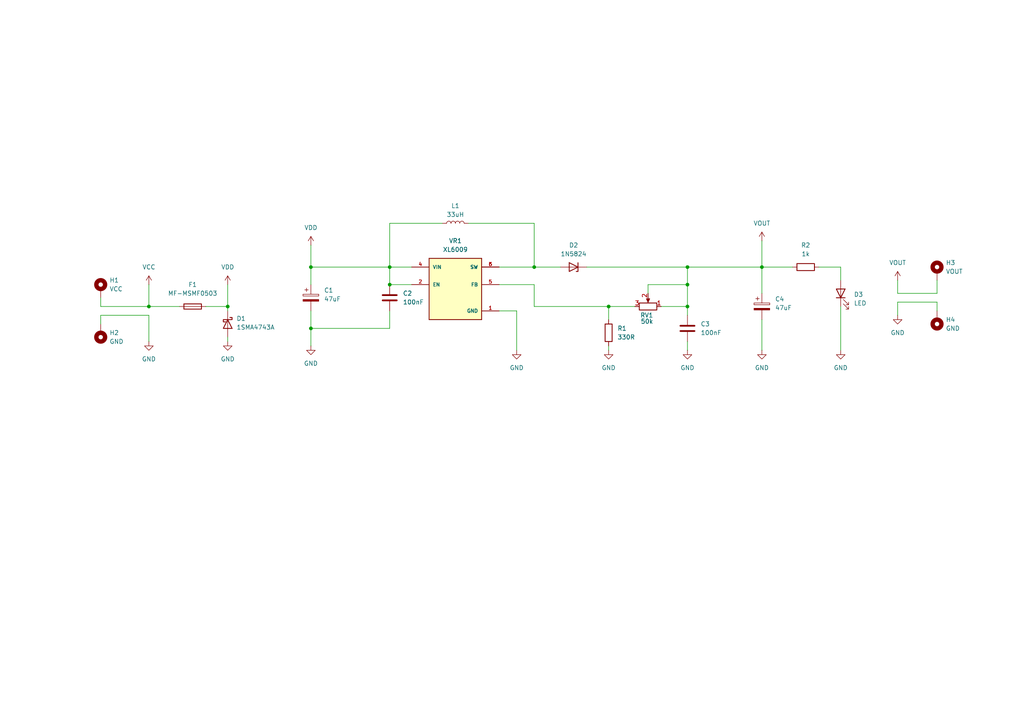
<source format=kicad_sch>
(kicad_sch (version 20250114) (generator "eeschema") (generator_version "9.0")
  (paper "A4")
  (lib_symbols
    (symbol "Device:C" (pin_numbers (hide yes)) (pin_names (offset 0.254))
      (property "Reference" "C" (at 0.635 2.54 0))
      (property "Value" "C" (at 0.635 -2.54 0))
      (symbol "C_0_1"
        (polyline (pts (xy -2.032 0.762) (xy 2.032 0.762)) (stroke (width 0.508)))
        (polyline (pts (xy -2.032 -0.762) (xy 2.032 -0.762)) (stroke (width 0.508)))
      )
      (symbol "C_1_1"
        (pin passive line (at 0 3.81 270) (length 2.794) (name "~") (number "1"))
        (pin passive line (at 0 -3.81 90) (length 2.794) (name "~") (number "2"))
      )
    )
    (symbol "Device:C_Polarized" (pin_numbers (hide yes)) (pin_names (offset 0.254))
      (property "Reference" "C" (at 0.635 2.54 0))
      (property "Value" "C_Polarized" (at 0.635 -2.54 0))
      (symbol "C_Polarized_0_1"
        (rectangle (start -2.286 0.508) (end 2.286 1.016))
        (polyline (pts (xy -1.778 2.286) (xy -0.762 2.286)))
        (polyline (pts (xy -1.27 2.794) (xy -1.27 1.778)))
        (rectangle (start 2.286 -0.508) (end -2.286 -1.016) (fill (type outline)))
      )
      (symbol "C_Polarized_1_1"
        (pin passive line (at 0 3.81 270) (length 2.794) (name "~") (number "1"))
        (pin passive line (at 0 -3.81 90) (length 2.794) (name "~") (number "2"))
      )
    )
    (symbol "Device:D_Schottky" (pin_numbers (hide yes)) (pin_names (offset 1.016) (hide yes))
      (property "Reference" "D" (at 0 2.54 0))
      (property "Value" "D_Schottky" (at 0 -2.54 0))
      (symbol "D_Schottky_0_1"
        (polyline (pts (xy -1.905 0.635) (xy -1.905 1.27) (xy -1.27 1.27) (xy -1.27 -1.27) (xy -0.635 -1.27) (xy -0.635 -0.635)) (stroke (width 0.254)))
        (polyline (pts (xy 1.27 1.27) (xy 1.27 -1.27) (xy -1.27 0) (xy 1.27 1.27)) (stroke (width 0.254)))
        (polyline (pts (xy 1.27 0) (xy -1.27 0)))
      )
      (symbol "D_Schottky_1_1"
        (pin passive line (at -3.81 0 0) (length 2.54) (name "K") (number "1"))
        (pin passive line (at 3.81 0 180) (length 2.54) (name "A") (number "2"))
      )
    )
    (symbol "Device:D_Zener" (pin_numbers (hide yes)) (pin_names (offset 1.016) (hide yes))
      (property "Reference" "D" (at 0 2.54 0))
      (property "Value" "D_Zener" (at 0 -2.54 0))
      (symbol "D_Zener_0_1"
        (polyline (pts (xy -1.27 -1.27) (xy -1.27 1.27) (xy -0.762 1.27)) (stroke (width 0.254)))
        (polyline (pts (xy 1.27 0) (xy -1.27 0)))
        (polyline (pts (xy 1.27 -1.27) (xy 1.27 1.27) (xy -1.27 0) (xy 1.27 -1.27)) (stroke (width 0.254)))
      )
      (symbol "D_Zener_1_1"
        (pin passive line (at -3.81 0 0) (length 2.54) (name "K") (number "1"))
        (pin passive line (at 3.81 0 180) (length 2.54) (name "A") (number "2"))
      )
    )
    (symbol "Device:Fuse" (pin_numbers (hide yes)) (pin_names (offset 0))
      (property "Reference" "F" (at 2.032 0 90))
      (property "Value" "Fuse" (at -1.905 0 90))
      (symbol "Fuse_0_1"
        (rectangle (start -0.762 -2.54) (end 0.762 2.54) (stroke (width 0.254)))
        (polyline (pts (xy 0 2.54) (xy 0 -2.54)))
      )
      (symbol "Fuse_1_1"
        (pin passive line (at 0 3.81 270) (length 1.27) (name "~") (number "1"))
        (pin passive line (at 0 -3.81 90) (length 1.27) (name "~") (number "2"))
      )
    )
    (symbol "Device:L" (pin_numbers (hide yes)) (pin_names (offset 1.016) (hide yes))
      (property "Reference" "L" (at -1.27 0 90))
      (property "Value" "L" (at 1.905 0 90))
      (symbol "L_0_1"
        (arc (start 0 2.54) (mid 0.6323 1.905) (end 0 1.27))
        (arc (start 0 1.27) (mid 0.6323 0.635) (end 0 0))
        (arc (start 0 0) (mid 0.6323 -0.635) (end 0 -1.27))
        (arc (start 0 -1.27) (mid 0.6323 -1.905) (end 0 -2.54))
      )
      (symbol "L_1_1"
        (pin passive line (at 0 3.81 270) (length 1.27) (name "1") (number "1"))
        (pin passive line (at 0 -3.81 90) (length 1.27) (name "2") (number "2"))
      )
    )
    (symbol "Device:LED" (pin_numbers (hide yes)) (pin_names (offset 1.016) (hide yes))
      (property "Reference" "D" (at 0 2.54 0))
      (property "Value" "LED" (at 0 -2.54 0))
      (symbol "LED_0_1"
        (polyline (pts (xy -3.048 -0.762) (xy -4.572 -2.286) (xy -3.81 -2.286) (xy -4.572 -2.286) (xy -4.572 -1.524)))
        (polyline (pts (xy -1.778 -0.762) (xy -3.302 -2.286) (xy -2.54 -2.286) (xy -3.302 -2.286) (xy -3.302 -1.524)))
        (polyline (pts (xy -1.27 0) (xy 1.27 0)))
        (polyline (pts (xy -1.27 -1.27) (xy -1.27 1.27)) (stroke (width 0.254)))
        (polyline (pts (xy 1.27 -1.27) (xy 1.27 1.27) (xy -1.27 0) (xy 1.27 -1.27)) (stroke (width 0.254)))
      )
      (symbol "LED_1_1"
        (pin passive line (at -3.81 0 0) (length 2.54) (name "K") (number "1"))
        (pin passive line (at 3.81 0 180) (length 2.54) (name "A") (number "2"))
      )
    )
    (symbol "Device:R" (pin_numbers (hide yes)) (pin_names (offset 0))
      (property "Reference" "R" (at 2.032 0 90))
      (property "Value" "R" (at 0 0 90))
      (symbol "R_0_1"
        (rectangle (start -1.016 -2.54) (end 1.016 2.54) (stroke (width 0.254)))
      )
      (symbol "R_1_1"
        (pin passive line (at 0 3.81 270) (length 1.27) (name "~") (number "1"))
        (pin passive line (at 0 -3.81 90) (length 1.27) (name "~") (number "2"))
      )
    )
    (symbol "Device:R_Potentiometer" (pin_names (offset 1.016) (hide yes))
      (property "Reference" "RV" (at -4.445 0 90))
      (property "Value" "R_Potentiometer" (at -2.54 0 90))
      (symbol "R_Potentiometer_0_1"
        (rectangle (start 1.016 2.54) (end -1.016 -2.54) (stroke (width 0.254)))
        (polyline (pts (xy 1.143 0) (xy 2.286 0.508) (xy 2.286 -0.508) (xy 1.143 0)) (fill (type outline)))
        (polyline (pts (xy 2.54 0) (xy 1.524 0)))
      )
      (symbol "R_Potentiometer_1_1"
        (pin passive line (at 0 3.81 270) (length 1.27) (name "1") (number "1"))
        (pin passive line (at 0 -3.81 90) (length 1.27) (name "3") (number "3"))
        (pin passive line (at 3.81 0 180) (length 1.27) (name "2") (number "2"))
      )
    )
    (symbol "Mechanical:MountingHole_Pad" (pin_numbers (hide yes)) (pin_names (offset 1.016) (hide yes)) (in_bom no)
      (property "Reference" "H" (at 0 6.35 0))
      (property "Value" "MountingHole_Pad" (at 0 4.445 0))
      (symbol "MountingHole_Pad_0_1"
        (circle (center 0 1.27) (radius 1.27) (stroke (width 1.27)))
      )
      (symbol "MountingHole_Pad_1_1"
        (pin input line (at 0 -2.54 90) (length 2.54) (name "1") (number "1"))
      )
    )
    (symbol "XL6009:XL6009" (pin_names (offset 1.016))
      (property "Reference" "VR" (at -7.62 8.89 0))
      (property "Value" "XL6009" (at -7.62 -11.43 0))
      (symbol "XL6009_0_0"
        (rectangle (start -7.62 -10.16) (end 7.62 7.62) (stroke (width 0.254)) (fill (type background)))
        (pin input line (at -12.7 5.08 0) (length 5.08) (name "VIN") (number "4"))
        (pin input line (at -12.7 0 0) (length 5.08) (name "EN") (number "2"))
        (pin output line (at 12.7 5.08 180) (length 5.08) (name "SW") (number "3"))
        (pin output line (at 12.7 5.08 180) (length 5.08) (name "SW") (number "6"))
        (pin input line (at 12.7 0 180) (length 5.08) (name "FB") (number "5"))
        (pin power_in line (at 12.7 -7.62 180) (length 5.08) (name "GND") (number "1"))
      )
    )
    (symbol "power:GND" (power) (pin_numbers (hide yes)) (pin_names (offset 0) (hide yes))
      (property "Value" "GND" (at 0 -3.81 0))
      (symbol "GND_0_1"
        (polyline (pts (xy 0 0) (xy 0 -1.27) (xy 1.27 -1.27) (xy 0 -2.54) (xy -1.27 -1.27) (xy 0 -1.27)))
      )
      (symbol "GND_1_1"
        (pin power_in line (at 0 0 270) (length 0) (name "~") (number "1"))
      )
    )
    (symbol "power:VCC" (power) (pin_numbers (hide yes)) (pin_names (offset 0) (hide yes))
      (property "Value" "VCC" (at 0 3.556 0))
      (symbol "VCC_0_1"
        (polyline (pts (xy -0.762 1.27) (xy 0 2.54)))
        (polyline (pts (xy 0 2.54) (xy 0.762 1.27)))
        (polyline (pts (xy 0 0) (xy 0 2.54)))
      )
      (symbol "VCC_1_1"
        (pin power_in line (at 0 0 90) (length 0) (name "~") (number "1"))
      )
    )
  )
  (junction (at 113.03 77.47))
  (junction (at 199.39 82.55))
  (junction (at 90.17 77.47))
  (junction (at 154.94 77.47))
  (junction (at 113.03 82.55))
  (junction (at 90.17 95.25))
  (junction (at 43.18 88.9))
  (junction (at 199.39 88.9))
  (junction (at 220.98 77.47))
  (junction (at 66.04 88.9))
  (junction (at 176.53 88.9))
  (junction (at 199.39 77.47))
  (wire (pts (xy 90.17 77.47) (xy 90.17 82.55)))
  (wire (pts (xy 154.94 64.77) (xy 154.94 77.47)))
  (wire (pts (xy 113.03 95.25) (xy 90.17 95.25)))
  (wire (pts (xy 43.18 88.9) (xy 43.18 82.55)))
  (wire (pts (xy 154.94 82.55) (xy 154.94 88.9)))
  (wire (pts (xy 199.39 77.47) (xy 199.39 82.55)))
  (wire (pts (xy 154.94 77.47) (xy 144.78 77.47)))
  (wire (pts (xy 135.89 64.77) (xy 154.94 64.77)))
  (wire (pts (xy 243.84 77.47) (xy 243.84 81.28)))
  (wire (pts (xy 176.53 100.33) (xy 176.53 101.6)))
  (wire (pts (xy 260.35 87.63) (xy 271.78 87.63)))
  (wire (pts (xy 184.15 88.9) (xy 176.53 88.9)))
  (wire (pts (xy 113.03 64.77) (xy 113.03 77.47)))
  (wire (pts (xy 237.49 77.47) (xy 243.84 77.47)))
  (wire (pts (xy 90.17 71.12) (xy 90.17 77.47)))
  (wire (pts (xy 113.03 90.17) (xy 113.03 95.25)))
  (wire (pts (xy 90.17 77.47) (xy 113.03 77.47)))
  (wire (pts (xy 43.18 99.06) (xy 43.18 91.44)))
  (wire (pts (xy 220.98 92.71) (xy 220.98 101.6)))
  (wire (pts (xy 154.94 77.47) (xy 162.56 77.47)))
  (wire (pts (xy 260.35 85.09) (xy 271.78 85.09)))
  (wire (pts (xy 66.04 82.55) (xy 66.04 88.9)))
  (wire (pts (xy 187.96 85.09) (xy 187.96 82.55)))
  (wire (pts (xy 199.39 82.55) (xy 199.39 88.9)))
  (wire (pts (xy 29.21 86.36) (xy 29.21 88.9)))
  (wire (pts (xy 176.53 92.71) (xy 176.53 88.9)))
  (wire (pts (xy 271.78 81.28) (xy 271.78 85.09)))
  (wire (pts (xy 66.04 88.9) (xy 59.69 88.9)))
  (wire (pts (xy 119.38 82.55) (xy 113.03 82.55)))
  (wire (pts (xy 29.21 93.98) (xy 29.21 91.44)))
  (wire (pts (xy 191.77 88.9) (xy 199.39 88.9)))
  (wire (pts (xy 66.04 99.06) (xy 66.04 97.79)))
  (wire (pts (xy 154.94 88.9) (xy 176.53 88.9)))
  (wire (pts (xy 119.38 77.47) (xy 113.03 77.47)))
  (wire (pts (xy 149.86 90.17) (xy 149.86 101.6)))
  (wire (pts (xy 199.39 88.9) (xy 199.39 91.44)))
  (wire (pts (xy 220.98 85.09) (xy 220.98 77.47)))
  (wire (pts (xy 187.96 82.55) (xy 199.39 82.55)))
  (wire (pts (xy 199.39 77.47) (xy 220.98 77.47)))
  (wire (pts (xy 260.35 85.09) (xy 260.35 81.28)))
  (wire (pts (xy 29.21 88.9) (xy 43.18 88.9)))
  (wire (pts (xy 29.21 91.44) (xy 43.18 91.44)))
  (wire (pts (xy 170.18 77.47) (xy 199.39 77.47)))
  (wire (pts (xy 144.78 90.17) (xy 149.86 90.17)))
  (wire (pts (xy 271.78 87.63) (xy 271.78 90.17)))
  (wire (pts (xy 144.78 82.55) (xy 154.94 82.55)))
  (wire (pts (xy 220.98 77.47) (xy 229.87 77.47)))
  (wire (pts (xy 90.17 100.33) (xy 90.17 95.25)))
  (wire (pts (xy 66.04 90.17) (xy 66.04 88.9)))
  (wire (pts (xy 199.39 99.06) (xy 199.39 101.6)))
  (wire (pts (xy 243.84 101.6) (xy 243.84 88.9)))
  (wire (pts (xy 260.35 91.44) (xy 260.35 87.63)))
  (wire (pts (xy 113.03 82.55) (xy 113.03 77.47)))
  (wire (pts (xy 90.17 95.25) (xy 90.17 90.17)))
  (wire (pts (xy 128.27 64.77) (xy 113.03 64.77)))
  (wire (pts (xy 220.98 69.85) (xy 220.98 77.47)))
  (wire (pts (xy 52.07 88.9) (xy 43.18 88.9)))
  (symbol (lib_id "Device:D_Schottky") (at 66.04 93.98 270) (unit 1)
    (property "Reference" "D1" (at 68.58 92.3924 90) (effects (justify left)))
    (property "Value" "1SMA4743A" (at 68.58 94.9324 90) (effects (justify left)))
    (property "Footprint" "Diode_SMD:D_SMA" (effects (hide yes)))
    (property "Description" "Schottky diode" (effects (hide yes)))
  )
  (symbol (lib_id "Device:R") (at 176.53 96.52 180) (unit 1)
    (property "Reference" "R1" (at 179.07 95.2499 0) (effects (justify right)))
    (property "Value" "330R" (at 179.07 97.7899 0) (effects (justify right)))
    (property "Footprint" "Resistor_SMD:R_0603_1608Metric" (effects (hide yes)))
    (property "Description" "Resistor" (effects (hide yes)))
  )
  (symbol (lib_id "Mechanical:MountingHole_Pad") (at 271.78 92.71 180) (unit 1) (in_bom no)
    (property "Reference" "H4" (at 274.32 92.7099 0) (effects (justify right)))
    (property "Value" "GND" (at 274.32 95.2499 0) (effects (justify right)))
    (property "Footprint" "MountingHole:MountingHole_2.2mm_M2_Pad_Via" (effects (hide yes)))
    (property "Description" "Mounting Hole with connection" (effects (hide yes)))
  )
  (symbol (lib_id "Device:L") (at 132.08 64.77 90) (unit 1)
    (property "Reference" "L1" (at 132.08 59.69 90))
    (property "Value" "33uH" (at 132.08 62.23 90))
    (property "Footprint" "Inductor_SMD:L_Bourns_SRP1050WA" (effects (hide yes)))
    (property "Description" "Inductor" (effects (hide yes)))
  )
  (symbol (lib_id "Device:D_Zener") (at 166.37 77.47 180) (unit 1)
    (property "Reference" "D2" (at 166.37 71.12 0))
    (property "Value" "1N5824" (at 166.37 73.66 0))
    (property "Footprint" "Diode_SMD:D_SMA" (effects (hide yes)))
    (property "Description" "Zener diode" (effects (hide yes)))
  )
  (symbol (lib_id "Device:C_Polarized") (at 220.98 88.9 0) (unit 1)
    (property "Reference" "C4" (at 224.79 86.7409 0) (effects (justify left)))
    (property "Value" "47uF" (at 224.79 89.2809 0) (effects (justify left)))
    (property "Footprint" "Capacitor_SMD:CP_Elec_10x10" (effects (hide yes)))
    (property "Description" "Polarized capacitor" (effects (hide yes)))
  )
  (symbol (lib_id "power:VCC") (at 90.17 71.12 0) (mirror y) (unit 1)
    (property "Reference" "#PWR05" (effects (hide yes)))
    (property "Value" "VDD" (at 90.17 66.04 0))
    (property "Description" "Power symbol creates a global label with name \"VCC\"" (effects (hide yes)))
  )
  (symbol (lib_id "power:VCC") (at 220.98 69.85 0) (unit 1)
    (property "Reference" "#PWR013" (effects (hide yes)))
    (property "Value" "VOUT" (at 220.98 64.77 0))
    (property "Description" "Power symbol creates a global label with name \"VCC\"" (effects (hide yes)))
  )
  (symbol (lib_id "Device:LED") (at 243.84 85.09 90) (unit 1)
    (property "Reference" "D3" (at 247.65 85.4074 90) (effects (justify right)))
    (property "Value" "LED" (at 247.65 87.9474 90) (effects (justify right)))
    (property "Footprint" "LED_SMD:LED_0805_2012Metric" (effects (hide yes)))
    (property "Description" "Light emitting diode" (effects (hide yes)))
    (property "Sim.Pins" "1=K 2=A" (effects (hide yes)))
  )
  (symbol (lib_id "XL6009:XL6009") (at 132.08 82.55 0) (unit 1)
    (property "Reference" "VR1" (at 132.08 69.85 0))
    (property "Value" "XL6009" (at 132.08 72.39 0))
    (property "Footprint" "XL6009:DPAK170P1435X465-6N" (effects (hide yes)))
    (property "MF" "XLSEMI" (effects (hide yes)))
    (property "MAXIMUM_PACKAGE_HEIGHT" "4.65mm" (effects (hide yes)))
    (property "Package" "TO-263-5L XLSEMI" (effects (hide yes)))
    (property "Price" "None" (effects (hide yes)))
    (property "Check_prices" "https://www.snapeda.com/parts/XL6009/XLSEMI/view-part/?ref=eda" (effects (hide yes)))
    (property "STANDARD" "IPC-7351B" (effects (hide yes)))
    (property "PARTREV" "1.1" (effects (hide yes)))
    (property "SnapEDA_Link" "https://www.snapeda.com/parts/XL6009/XLSEMI/view-part/?ref=snap" (effects (hide yes)))
    (property "MP" "XL6009" (effects (hide yes)))
    (property "Description_1" "The XL6009 regulator is a wide input range, current mode, DC/DC converter which is capable of generating either positive or negative output voltages." (effects (hide yes)))
    (property "Availability" "Not in stock" (effects (hide yes)))
    (property "MANUFACTURER" "XLSEMI" (effects (hide yes)))
  )
  (symbol (lib_id "power:GND") (at 90.17 100.33 0) (mirror y) (unit 1)
    (property "Reference" "#PWR06" (effects (hide yes)))
    (property "Value" "GND" (at 90.17 105.41 0))
    (property "Description" "Power symbol creates a global label with name \"GND\" , ground" (effects (hide yes)))
  )
  (symbol (lib_id "Mechanical:MountingHole_Pad") (at 29.21 96.52 180) (unit 1) (in_bom no)
    (property "Reference" "H2" (at 31.75 96.5199 0) (effects (justify right)))
    (property "Value" "GND" (at 31.75 99.0599 0) (effects (justify right)))
    (property "Footprint" "MountingHole:MountingHole_2.2mm_M2_Pad_Via" (effects (hide yes)))
    (property "Description" "Mounting Hole with connection" (effects (hide yes)))
  )
  (symbol (lib_id "power:VCC") (at 43.18 82.55 0) (mirror y) (unit 1)
    (property "Reference" "#PWR01" (effects (hide yes)))
    (property "Value" "VCC" (at 43.18 77.47 0))
    (property "Description" "Power symbol creates a global label with name \"VCC\"" (effects (hide yes)))
  )
  (symbol (lib_id "power:GND") (at 243.84 101.6 0) (unit 1)
    (property "Reference" "#PWR015" (effects (hide yes)))
    (property "Value" "GND" (at 243.84 106.68 0))
    (property "Description" "Power symbol creates a global label with name \"GND\" , ground" (effects (hide yes)))
  )
  (symbol (lib_id "power:VCC") (at 260.35 81.28 0) (unit 1)
    (property "Reference" "#PWR016" (effects (hide yes)))
    (property "Value" "VOUT" (at 260.35 76.2 0))
    (property "Description" "Power symbol creates a global label with name \"VCC\"" (effects (hide yes)))
  )
  (symbol (lib_id "power:GND") (at 43.18 99.06 0) (mirror y) (unit 1)
    (property "Reference" "#PWR02" (effects (hide yes)))
    (property "Value" "GND" (at 43.18 104.14 0))
    (property "Description" "Power symbol creates a global label with name \"GND\" , ground" (effects (hide yes)))
  )
  (symbol (lib_id "power:GND") (at 176.53 101.6 0) (mirror y) (unit 1)
    (property "Reference" "#PWR012" (effects (hide yes)))
    (property "Value" "GND" (at 176.53 106.68 0))
    (property "Description" "Power symbol creates a global label with name \"GND\" , ground" (effects (hide yes)))
  )
  (symbol (lib_id "Mechanical:MountingHole_Pad") (at 29.21 83.82 0) (unit 1) (in_bom no)
    (property "Reference" "H1" (at 31.75 81.2799 0) (effects (justify left)))
    (property "Value" "VCC" (at 31.75 83.8199 0) (effects (justify left)))
    (property "Footprint" "MountingHole:MountingHole_2.2mm_M2_Pad_Via" (effects (hide yes)))
    (property "Description" "Mounting Hole with connection" (effects (hide yes)))
  )
  (symbol (lib_id "power:GND") (at 66.04 99.06 0) (mirror y) (unit 1)
    (property "Reference" "#PWR04" (effects (hide yes)))
    (property "Value" "GND" (at 66.04 104.14 0))
    (property "Description" "Power symbol creates a global label with name \"GND\" , ground" (effects (hide yes)))
  )
  (symbol (lib_id "Device:R") (at 233.68 77.47 90) (unit 1)
    (property "Reference" "R2" (at 233.68 71.12 90))
    (property "Value" "1k" (at 233.68 73.66 90))
    (property "Footprint" "Resistor_SMD:R_0805_2012Metric" (effects (hide yes)))
    (property "Description" "Resistor" (effects (hide yes)))
  )
  (symbol (lib_id "Device:Fuse") (at 55.88 88.9 90) (unit 1)
    (property "Reference" "F1" (at 55.88 82.55 90))
    (property "Value" "MF-MSMF0503" (at 55.88 85.09 90))
    (property "Footprint" "Fuse:Fuse_0603_1608Metric" (effects (hide yes)))
    (property "Description" "Fuse" (effects (hide yes)))
  )
  (symbol (lib_id "power:GND") (at 199.39 101.6 0) (unit 1)
    (property "Reference" "#PWR018" (effects (hide yes)))
    (property "Value" "GND" (at 199.39 106.68 0))
    (property "Description" "Power symbol creates a global label with name \"GND\" , ground" (effects (hide yes)))
  )
  (symbol (lib_id "power:GND") (at 149.86 101.6 0) (mirror y) (unit 1)
    (property "Reference" "#PWR010" (effects (hide yes)))
    (property "Value" "GND" (at 149.86 106.68 0))
    (property "Description" "Power symbol creates a global label with name \"GND\" , ground" (effects (hide yes)))
  )
  (symbol (lib_id "Device:C") (at 199.39 95.25 0) (unit 1)
    (property "Reference" "C3" (at 203.2 93.9799 0) (effects (justify left)))
    (property "Value" "100nF" (at 203.2 96.5199 0) (effects (justify left)))
    (property "Footprint" "Capacitor_SMD:C_0603_1608Metric" (effects (hide yes)))
    (property "Description" "Unpolarized capacitor" (effects (hide yes)))
  )
  (symbol (lib_id "power:GND") (at 220.98 101.6 0) (unit 1)
    (property "Reference" "#PWR014" (effects (hide yes)))
    (property "Value" "GND" (at 220.98 106.68 0))
    (property "Description" "Power symbol creates a global label with name \"GND\" , ground" (effects (hide yes)))
  )
  (symbol (lib_id "Device:C_Polarized") (at 90.17 86.36 0) (unit 1)
    (property "Reference" "C1" (at 93.98 84.2009 0) (effects (justify left)))
    (property "Value" "47uF" (at 93.98 86.7409 0) (effects (justify left)))
    (property "Footprint" "Capacitor_SMD:CP_Elec_6.3x5.4" (effects (hide yes)))
    (property "Description" "Polarized capacitor" (effects (hide yes)))
  )
  (symbol (lib_id "Device:R_Potentiometer") (at 187.96 88.9 270) (mirror x) (unit 1)
    (property "Reference" "RV1" (at 189.484 91.44 90) (effects (justify right)))
    (property "Value" "50k" (at 189.484 93.218 90) (effects (justify right)))
    (property "Footprint" "Potentiometer_THT:Potentiometer_Bourns_3296W_Vertical" (effects (hide yes)))
    (property "Description" "Potentiometer" (effects (hide yes)))
  )
  (symbol (lib_id "Device:C") (at 113.03 86.36 0) (unit 1)
    (property "Reference" "C2" (at 116.84 85.0899 0) (effects (justify left)))
    (property "Value" "100nF" (at 116.84 87.6299 0) (effects (justify left)))
    (property "Footprint" "Capacitor_SMD:C_0603_1608Metric" (effects (hide yes)))
    (property "Description" "Unpolarized capacitor" (effects (hide yes)))
  )
  (symbol (lib_id "Mechanical:MountingHole_Pad") (at 271.78 78.74 0) (unit 1) (in_bom no)
    (property "Reference" "H3" (at 274.32 76.1999 0) (effects (justify left)))
    (property "Value" "VOUT" (at 274.32 78.7399 0) (effects (justify left)))
    (property "Footprint" "MountingHole:MountingHole_2.2mm_M2_Pad_Via" (effects (hide yes)))
    (property "Description" "Mounting Hole with connection" (effects (hide yes)))
  )
  (symbol (lib_id "power:GND") (at 260.35 91.44 0) (unit 1)
    (property "Reference" "#PWR017" (effects (hide yes)))
    (property "Value" "GND" (at 260.35 96.52 0))
    (property "Description" "Power symbol creates a global label with name \"GND\" , ground" (effects (hide yes)))
  )
  (symbol (lib_id "power:VCC") (at 66.04 82.55 0) (mirror y) (unit 1)
    (property "Reference" "#PWR03" (effects (hide yes)))
    (property "Value" "VDD" (at 66.04 77.47 0))
    (property "Description" "Power symbol creates a global label with name \"VCC\"" (effects (hide yes)))
  )
)
</source>
